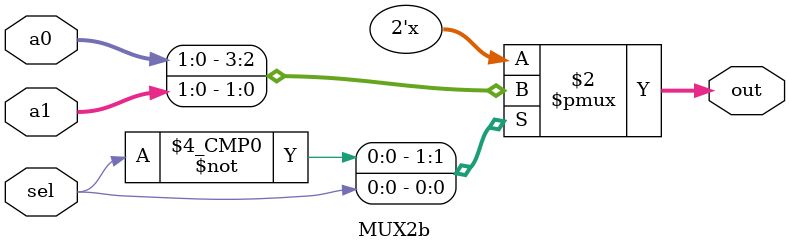
<source format=sv>
module datapath (
    input clk,
    input [2:0] readnum,
    input [3:0]vsel,
    input loada,
    input loadb,
    input[1:0] shift,
    input asel,
    input bsel,
    input[1:0] ALUop,
    input loadc,
    input loads,
    input [2:0] writenum,
    input write,
    input[15:0] mdata,
    input[15:0] sximm8,
    input[7:0] PC,
    input[15:0] sximm5,
    output Z_out,
    output V_out,
    output N_out,
    output [15:0]datapath_out,
    output [15:0] data_out
);//clk,readnum,vsel,loada,loadb,shift,asel,bsel,ALUop,loadc,loads,writenum,write,read_data,sximm8,PC,sximm5,Z,V,N,out

wire [15:0]data_in;

wire [15:0]out_A;
wire [15:0]out_B;
wire [15:0]sout;

wire[15:0] Ain;
wire[15:0] Bin;

wire[15:0] ALU_out;
wire Z;
wire V;
wire N;

// 2-to-1 multiplexer to select between two inputs based on the vsel signal.
Mux4 M9(mdata,sximm8,{8'b0,PC},datapath_out,vsel,data_in);

// Register file which stores data and allows read and write operations.
regfile REGFILE(data_in,writenum,write,readnum,clk,data_out);

vDFFE #(16) LA(clk, loada, data_out, out_A);
vDFFE #(16) LB(clk, loadb, data_out, out_B);
// Shifter module to perform shift operations on the data from B register.
shifter SFT(out_B, shift, sout);

assign Ain = (asel) ? {16'b0} : out_A;
assign Bin = (bsel) ? sximm5 : sout;
// ALU for performing arithmetic and logical operations.
ALU Alu(Ain,Bin,ALUop,ALU_out,Z,V,N);

vDFFE #(16) LC(clk, loadc, ALU_out, datapath_out);
vDFFE LZ(clk, loads, Z, Z_out);
vDFFE LV(clk, loads, V, V_out);
vDFFE LN(clk, loads, N, N_out);

endmodule

module vDFFE(clk, load, in, out);
  parameter n = 1;
  input clk, load ;
  input  [n-1:0] in ;
  output [n-1:0] out ;
  reg    [n-1:0] out ;
  wire   [n-1:0] next_out ;

  assign next_out = load ? in : out;
  
  always @(posedge clk)
    out = next_out;  
endmodule

// 4-to-1 multiplexer module to select between two 16-bit inputs.
// ------------------Mux also changed to 4 inputs-----------------
module Mux4 (in1, in2, in3, in4, s, out);
    input [15:0] in1;  // Input channel 1000
    input [15:0] in2;  // Input channel 0100
    input [15:0] in3;  // Input channel 0010
    input [15:0] in4;  // Input channel 0001
    input [3:0] s;           // Select signal
    output [15:0] out; // Output data
    // Multiplexer logic to select the output based on the select signal
    assign out = (s[3]) ? in1 : ((s[2]) ? in2 : ((s[1]) ? in3 : in4));
endmodule

//ADDED for bonus:
module MUX3H (a0, a1, a2, sel, out);
    input [8:0] a0;  // Input channel 001
    input [8:0] a1;  // Input channel 010
    input [8:0] a2;  // Input channel 100
    input [2:0] sel;           // Select signal
    output [8:0] out; // Output data

    // Multiplexer logic to select the output based on the select signal
    assign out = (sel[2]) ? a2 : ((sel[1]) ? a1 : a0);
endmodule

//Added DFlipdlop module for FSM
module vDFF(clk, in, out);
parameter n = 2;
  input clk;
  input[n-1:0] in;
    output[n-1:0] out;
    reg[n-1:0] out;

    always @(posedge clk)
        out = in;

endmodule //vDFF
 


//MUX2b module for PC_Reset MUX and addr_sel MUX
module MUX2b (sel, a1, a0, out);
  parameter n = 2;
  input sel;
  input [n-1:0] a1,a0;
  output reg [n-1:0] out;

  always_comb begin : blockName
    case (sel)
      1'b0: out = a0;
      1'b1: out = a1;
      default: out = 2'bx;
    endcase
  end

endmodule



</source>
